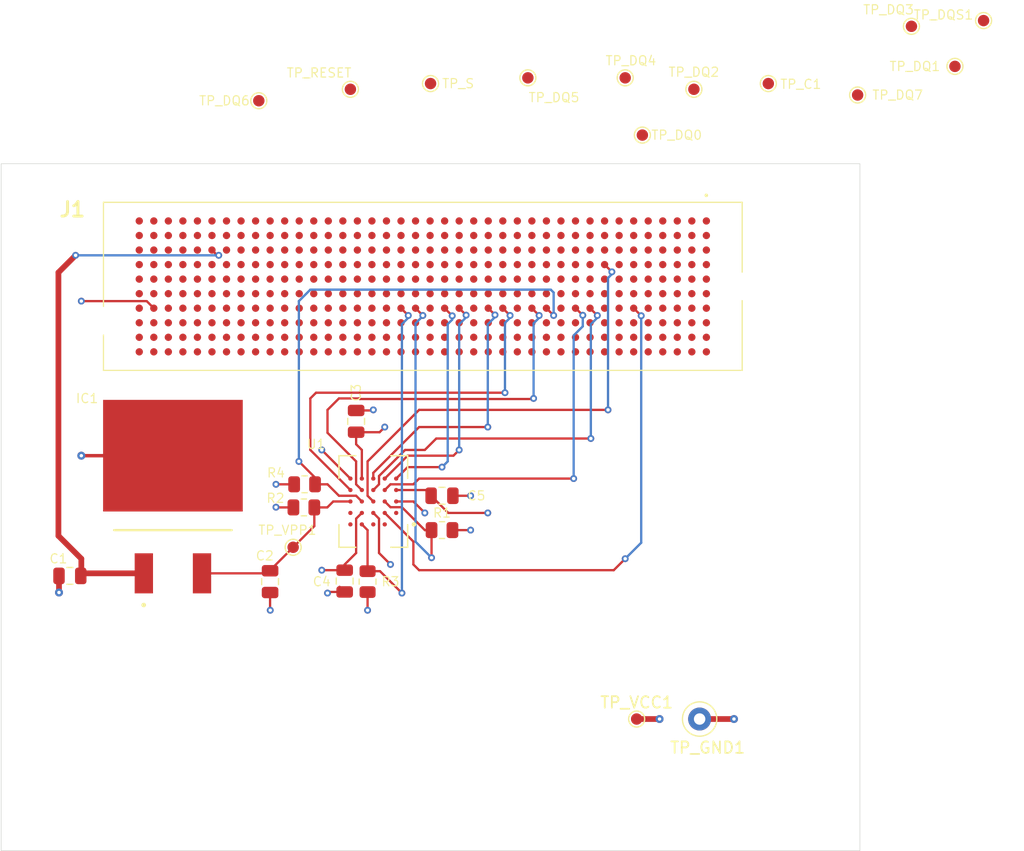
<source format=kicad_pcb>
(kicad_pcb (version 20241229) (generator "pcbnew") (generator_version "9.0")
  (layers (0 "F.Cu" signal) (4 "In1.Cu" power "GND") (6 "In2.Cu" power "PWR") (2 "B.Cu" signal) (13 "F.Paste" user) (15 "B.Paste" user) (5 "F.SilkS" user "F.Silkscreen") (7 "B.SilkS" user "B.Silkscreen") (1 "F.Mask" user) (3 "B.Mask" user) (25 "Edge.Cuts" user))
  (net 0 "")
  (net 142 "/12V_PSUP")
  (net 388 "/NOR_C")
  (net 389 "VCC")
  (net 390 "/NOR_DQ2")
  (net 392 "/NOR_DQ3")
  (net 395 "/NOR_DQ0")
  (net 396 "/NOR_S#")
  (net 398 "/NOR_DQ7")
  (net 400 "/NOR_DQ5")
  (net 401 "/NOR_DQ1")
  (net 402 "/NOR_DQS")
  (net 403 "/NOR_DQ4")
  (net 404 "/NOR_RESET#")
  (net 405 "/NOR_DQ6")
  (net 406 "GND")
  (net 407 "/VPP")
  (footprint "Capacitor_SMD:C_0805_2012Metric" (layer "F.Cu") (at 39.484969 116 -90)
    (property "Reference" "C2")
    (property "Value" "100n")
  )
  (footprint "STB30NM60ND:STB30NM60ND" (layer "F.Cu") (at 31 102.5)
    (property "Reference" "IC1")
    (property "Value" "L7809ABD2T-TR" (hide yes))
  )
  (footprint "TestPoint:TestPoint_Pad_D1.0mm" (layer "F.Cu") (at 99.299 70.999622)
    (property "Reference" "TP_DQ1")
    (property "Value" "TestPoint")
  )
  (footprint "TestPoint:TestPoint_Pad_D1.0mm" (layer "F.Cu") (at 70.5 72)
    (property "Reference" "TP_DQ4")
    (property "Value" "TestPoint")
  )
  (footprint "TestPoint:TestPoint_Pad_D1.0mm" (layer "F.Cu") (at 76.5 73)
    (property "Reference" "TP_DQ2")
    (property "Value" "TestPoint")
  )
  (footprint "TestPoint:TestPoint_Pad_D1.0mm" (layer "F.Cu") (at 38.5 74)
    (property "Reference" "TP_DQ6")
    (property "Value" "TestPoint")
  )
  (footprint "TestPoint:TestPoint_Loop_D2.50mm_Drill1.0mm" (layer "F.Cu") (at 77 128)
    (property "Reference" "TP_GND1")
    (property "Value" "TestPoint")
  )
  (footprint "Capacitor_SMD:C_0805_2012Metric" (layer "F.Cu") (at 47 102 90)
    (property "Reference" "C3")
    (property "Value" "100n")
  )
  (footprint "TestPoint:TestPoint_Pad_D1.0mm" (layer "F.Cu") (at 83 72.5)
    (property "Reference" "TP_C1")
    (property "Value" "TestPoint")
  )
  (footprint "TestPoint:TestPoint_Pad_D1.0mm" (layer "F.Cu") (at 53.5 72.5)
    (property "Reference" "TP_S")
    (property "Value" "TestPoint")
  )
  (footprint "TestPoint:TestPoint_Pad_D1.0mm" (layer "F.Cu") (at 95.5 67.5)
    (property "Reference" "TP_DQ3")
    (property "Value" "TestPoint")
  )
  (footprint "MicronNorChip:BGA24C100P5X5_800X600X120N" (layer "F.Cu") (at 48.5 109 180)
    (property "Reference" "U1")
    (property "Value" "MT35XU02GCBA1G12-0AUT")
  )
  (footprint "Capacitor_SMD:C_0805_2012Metric" (layer "F.Cu") (at 22 115.5 180)
    (property "Reference" "C1")
    (property "Value" "330n")
  )
  (footprint "TestPoint:TestPoint_Pad_D1.0mm" (layer "F.Cu") (at 101.799 66.999622)
    (property "Reference" "TP_DQS1")
    (property "Value" "TestPoint")
  )
  (footprint "TestPoint:TestPoint_Pad_D1.0mm" (layer "F.Cu") (at 71.5 128)
    (property "Reference" "TP_VCC1")
    (property "Value" "VCC")
  )
  (footprint "Capacitor_SMD:C_0805_2012Metric" (layer "F.Cu") (at 54.5 108.5)
    (property "Reference" "C5")
    (property "Value" "100n")
  )
  (footprint "TestPoint:TestPoint_Pad_D1.0mm" (layer "F.Cu") (at 46.5 73)
    (property "Reference" "TP_RESET")
    (property "Value" "TestPoint")
  )
  (footprint "Capacitor_SMD:C_0805_2012Metric" (layer "F.Cu") (at 46 115.95 -90)
    (property "Reference" "C4")
    (property "Value" "100n")
  )
  (footprint "Resistor_SMD:R_0805_2012Metric" (layer "F.Cu") (at 54.5 111.5 180)
    (property "Reference" "R1")
    (property "Value" "10k")
  )
  (footprint "134488-01_Mouser:ASP13448801" (layer "F.Cu") (at 52.825 90.215)
    (property "Reference" "J1")
    (property "Value" "ASP-134488-01" (hide yes))
  )
  (footprint "Resistor_SMD:R_0805_2012Metric" (layer "F.Cu") (at 42.5 107.5)
    (property "Reference" "R4")
    (property "Value" "10k")
  )
  (footprint "TestPoint:TestPoint_Pad_D1.0mm" (layer "F.Cu") (at 41.5 113)
    (property "Reference" "TP_VPP1")
    (property "Value" "TestPoint")
  )
  (footprint "Resistor_SMD:R_0805_2012Metric" (layer "F.Cu") (at 48 116 90)
    (property "Reference" "R3")
    (property "Value" "10k")
  )
  (footprint "TestPoint:TestPoint_Pad_D1.0mm" (layer "F.Cu") (at 90.799 73.499622)
    (property "Reference" "TP_DQ7")
    (property "Value" "TestPoint")
  )
  (footprint "TestPoint:TestPoint_Pad_D1.0mm" (layer "F.Cu") (at 72 77)
    (property "Reference" "TP_DQ0")
    (property "Value" "TestPoint")
  )
  (footprint "TestPoint:TestPoint_Pad_D1.0mm" (layer "F.Cu") (at 62 72)
    (property "Reference" "TP_DQ5")
    (property "Value" "TestPoint")
  )
  (footprint "Resistor_SMD:R_0805_2012Metric" (layer "F.Cu") (at 42.436079 109.518324 180)
    (property "Reference" "R2")
    (property "Value" "1.8k")
  )
  (gr_rect (start 16 79.5) (end 91 139.5) (stroke (width 0.05)) (fill no) (layer "Edge.Cuts"))
  (segment (start 34.87 87.5) (end 34.41 87.04) (width 0.2) (layer "F.Cu") (net 142))
  (segment (start 21 112) (end 23 114) (width 0.5) (layer "F.Cu") (net 142))
  (segment (start 23 115.45) (end 22.95 115.5) (width 0.5) (layer "F.Cu") (net 142))
  (segment (start 35 87.5) (end 34.87 87.5) (width 0.2) (layer "F.Cu") (net 142))
  (segment (start 23 114) (end 23 115.45) (width 0.5) (layer "F.Cu") (net 142))
  (segment (start 22.5 87.5) (end 21 89) (width 0.5) (layer "F.Cu") (net 142))
  (segment (start 21 89) (end 21 112) (width 0.5) (layer "F.Cu") (net 142))
  (segment (start 23.175 115.275) (end 22.95 115.5) (width 0.5) (layer "F.Cu") (net 142))
  (segment (start 28.46 115.275) (end 23.175 115.275) (width 0.5) (layer "F.Cu") (net 142))
  (via (at 22.5 87.5) (size 0.6) (drill 0.3) (layers "F.Cu" "B.Cu") (net 142))
  (via (at 35 87.5) (size 0.6) (drill 0.3) (layers "F.Cu" "B.Cu") (net 142))
  (segment (start 22.5 87.5) (end 35 87.5) (width 0.2) (layer "B.Cu") (net 142))
  (segment (start 71.898343 92.778343) (end 71.24 92.12) (width 0.2) (layer "F.Cu") (net 388))
  (segment (start 49.5 110) (end 52 112.5) (width 0.2) (layer "F.Cu") (net 388))
  (segment (start 52 114.5) (end 52.5 115) (width 0.2) (layer "F.Cu") (net 388))
  (segment (start 69.5 115) (end 70.5 114) (width 0.2) (layer "F.Cu") (net 388))
  (segment (start 52 112.5) (end 52 114.5) (width 0.2) (layer "F.Cu") (net 388))
  (segment (start 52.5 115) (end 69.5 115) (width 0.2) (layer "F.Cu") (net 388))
  (via (at 70.5 114) (size 0.6) (drill 0.3) (layers "F.Cu" "B.Cu") (net 388))
  (via (at 71.898343 92.778343) (size 0.6) (drill 0.3) (layers "F.Cu" "B.Cu") (net 388))
  (segment (start 71.898343 112.601657) (end 70.5 114) (width 0.2) (layer "B.Cu") (net 388))
  (segment (start 71.898343 92.778343) (end 71.898343 112.601657) (width 0.2) (layer "B.Cu") (net 388))
  (segment (start 46 114.5) (end 46 115) (width 0.2) (layer "F.Cu") (net 389))
  (segment (start 50.5 108) (end 53.55 108) (width 0.2) (layer "F.Cu") (net 389))
  (segment (start 28.71 91.5) (end 23 91.5) (width 0.2) (layer "F.Cu") (net 389))
  (segment (start 47 102.95) (end 49.05 102.95) (width 0.2) (layer "F.Cu") (net 389))
  (segment (start 55.4125 111.5) (end 57 111.5) (width 0.2) (layer "F.Cu") (net 389))
  (segment (start 29.33 92.12) (end 28.71 91.5) (width 0.2) (layer "F.Cu") (net 389))
  (segment (start 46 115) (end 44 115) (width 0.2) (layer "F.Cu") (net 389))
  (segment (start 58.5 110) (end 55.05 110) (width 0.2) (layer "F.Cu") (net 389))
  (segment (start 41.5875 107.5) (end 40 107.5) (width 0.2) (layer "F.Cu") (net 389))
  (segment (start 71.5 128) (end 73.5 128) (width 0.5) (layer "F.Cu") (net 389))
  (segment (start 47 104) (end 47 102.95) (width 0.2) (layer "F.Cu") (net 389))
  (segment (start 48 116.9125) (end 48 118.5) (width 0.2) (layer "F.Cu") (net 389))
  (segment (start 47.5 104.5) (end 47 104) (width 0.2) (layer "F.Cu") (net 389))
  (segment (start 55.05 110) (end 53.55 108.5) (width 0.2) (layer "F.Cu") (net 389))
  (segment (start 47.5 107) (end 47.5 104.5) (width 0.2) (layer "F.Cu") (net 389))
  (segment (start 47.5 110) (end 47 110.5) (width 0.2) (layer "F.Cu") (net 389))
  (segment (start 47 113.5) (end 46 114.5) (width 0.2) (layer "F.Cu") (net 389))
  (segment (start 47 110.5) (end 47 113.5) (width 0.2) (layer "F.Cu") (net 389))
  (segment (start 49.05 102.95) (end 49.5 102.5) (width 0.2) (layer "F.Cu") (net 389))
  (via (at 48 118.5) (size 0.6) (drill 0.3) (layers "F.Cu" "B.Cu") (net 389))
  (via (at 40 107.5) (size 0.6) (drill 0.3) (layers "F.Cu" "B.Cu") (net 389))
  (via (at 73.5 128) (size 0.7) (drill 0.3) (layers "F.Cu" "B.Cu") (net 389))
  (via (at 57 111.5) (size 0.6) (drill 0.3) (layers "F.Cu" "B.Cu") (net 389))
  (via (at 58.5 110) (size 0.6) (drill 0.3) (layers "F.Cu" "B.Cu") (net 389))
  (via (at 23 91.5) (size 0.6) (drill 0.3) (layers "F.Cu" "B.Cu") (net 389))
  (via (at 49.5 102.5) (size 0.6) (drill 0.3) (layers "F.Cu" "B.Cu") (net 389))
  (via (at 44 115) (size 0.6) (drill 0.3) (layers "F.Cu" "B.Cu") (net 389))
  (segment (start 44.5 107.5) (end 43.4125 107.5) (width 0.2) (layer "F.Cu") (net 390))
  (segment (start 47.5 109) (end 47 108.5) (width 0.2) (layer "F.Cu") (net 390))
  (segment (start 45.5 108.5) (end 44.5 107.5) (width 0.2) (layer "F.Cu") (net 390))
  (segment (start 43.4125 107.5) (end 43.4125 106.9125) (width 0.2) (layer "F.Cu") (net 390))
  (segment (start 43.4125 106.9125) (end 42 105.5) (width 0.2) (layer "F.Cu") (net 390))
  (segment (start 47 108.5) (end 45.5 108.5) (width 0.2) (layer "F.Cu") (net 390))
  (segment (start 64.251205 92.751206) (end 63.62 92.12) (width 0.2) (layer "F.Cu") (net 390))
  (via (at 42 105.5) (size 0.6) (drill 0.3) (layers "F.Cu" "B.Cu") (net 390))
  (via (at 64.251205 92.751206) (size 0.6) (drill 0.3) (layers "F.Cu" "B.Cu") (net 390))
  (segment (start 64 90.5) (end 43 90.5) (width 0.2) (layer "B.Cu") (net 390))
  (segment (start 64.251205 92.751206) (end 64.439846 92.751206) (width 0.2) (layer "B.Cu") (net 390))
  (segment (start 64.251205 90.751205) (end 64.251205 92.751206) (width 0.2) (layer "B.Cu") (net 390))
  (segment (start 43 90.5) (end 42 91.5) (width 0.2) (layer "B.Cu") (net 390))
  (segment (start 42 91.5) (end 42 105.5) (width 0.2) (layer "B.Cu") (net 390))
  (segment (start 64 90.5) (end 64.251205 90.751205) (width 0.2) (layer "B.Cu") (net 390))
  (segment (start 47.270548 100) (end 47.321548 100.051) (width 0.2) (layer "F.Cu") (net 392))
  (segment (start 47.321548 100.051) (end 62.449 100.051) (width 0.2) (layer "F.Cu") (net 392))
  (segment (start 44.5 103) (end 46.997861 105.497861) (width 0.2) (layer "F.Cu") (net 392))
  (segment (start 47.270548 100) (end 45.5 100) (width 0.2) (layer "F.Cu") (net 392))
  (segment (start 45.5 100) (end 44.5 101) (width 0.2) (layer "F.Cu") (net 392))
  (segment (start 44.5 101) (end 44.5 103) (width 0.2) (layer "F.Cu") (net 392))
  (segment (start 62.984999 92.754999) (end 62.35 92.12) (width 0.2) (layer "F.Cu") (net 392))
  (segment (start 46.997861 105.497861) (end 46.997861 107.497861) (width 0.2) (layer "F.Cu") (net 392))
  (segment (start 62.449 100.051) (end 62.5 100) (width 0.2) (layer "F.Cu") (net 392))
  (segment (start 46.997861 107.497861) (end 47.5 108) (width 0.2) (layer "F.Cu") (net 392))
  (via (at 62.5 100) (size 0.6) (drill 0.3) (layers "F.Cu" "B.Cu") (net 392))
  (via (at 62.984999 92.754999) (size 0.6) (drill 0.3) (layers "F.Cu" "B.Cu") (net 392))
  (segment (start 62.984999 92.95448) (end 62.5 93.439479) (width 0.2) (layer "B.Cu") (net 392))
  (segment (start 62.5 93.439479) (end 62.5 100) (width 0.2) (layer "B.Cu") (net 392))
  (segment (start 62.984999 92.754999) (end 62.984999 92.95448) (width 0.2) (layer "B.Cu") (net 392))
  (segment (start 53 104.5) (end 54 103.5) (width 0.2) (layer "F.Cu") (net 395))
  (segment (start 54 103.5) (end 67.5 103.5) (width 0.2) (layer "F.Cu") (net 395))
  (segment (start 49 107.5) (end 49 106.774284) (width 0.2) (layer "F.Cu") (net 395))
  (segment (start 49 106.774284) (end 51.274284 104.5) (width 0.2) (layer "F.Cu") (net 395))
  (segment (start 48.5 108) (end 49 107.5) (width 0.2) (layer "F.Cu") (net 395))
  (segment (start 68.065001 92.755001) (end 67.43 92.12) (width 0.2) (layer "F.Cu") (net 395))
  (segment (start 51.274284 104.5) (end 53 104.5) (width 0.2) (layer "F.Cu") (net 395))
  (via (at 67.5 103.5) (size 0.6) (drill 0.3) (layers "F.Cu" "B.Cu") (net 395))
  (via (at 68.065001 92.755001) (size 0.6) (drill 0.3) (layers "F.Cu" "B.Cu") (net 395))
  (segment (start 67.5 93.519481) (end 67.5 103.5) (width 0.2) (layer "B.Cu") (net 395))
  (segment (start 68.065001 92.95448) (end 67.5 93.519481) (width 0.2) (layer "B.Cu") (net 395))
  (segment (start 68.065001 92.755001) (end 68.065001 92.95448) (width 0.2) (layer "B.Cu") (net 395))
  (segment (start 52.825002 92.755002) (end 52.19 92.12) (width 0.2) (layer "F.Cu") (net 396))
  (segment (start 53.5875 111.5) (end 53.5875 113.9125) (width 0.2) (layer "F.Cu") (net 396))
  (segment (start 50 109.5) (end 51 109.5) (width 0.2) (layer "F.Cu") (net 396))
  (segment (start 53.5 114) (end 53.5875 113.9125) (width 0.2) (layer "F.Cu") (net 396))
  (segment (start 51 109.5) (end 53 111.5) (width 0.2) (layer "F.Cu") (net 396))
  (segment (start 49.5 109) (end 50 109.5) (width 0.2) (layer "F.Cu") (net 396))
  (segment (start 53 111.5) (end 53.5875 111.5) (width 0.2) (layer "F.Cu") (net 396))
  (via (at 53.5875 113.9125) (size 0.6) (drill 0.3) (layers "F.Cu" "B.Cu") (net 396))
  (via (at 52.825002 92.755002) (size 0.6) (drill 0.3) (layers "F.Cu" "B.Cu") (net 396))
  (segment (start 52.678821 92.901183) (end 52.678821 92.954481) (width 0.2) (layer "B.Cu") (net 396))
  (segment (start 52.187668 93.445634) (end 52.187668 112.512668) (width 0.2) (layer "B.Cu") (net 396))
  (segment (start 52.825002 92.755002) (end 52.678821 92.901183) (width 0.2) (layer "B.Cu") (net 396))
  (segment (start 52.678821 92.954481) (end 52.187668 93.445634) (width 0.2) (layer "B.Cu") (net 396))
  (segment (start 52.187668 112.512668) (end 53.5875 113.9125) (width 0.2) (layer "B.Cu") (net 396))
  (segment (start 51.5 106) (end 50.5 107) (width 0.2) (layer "F.Cu") (net 398))
  (segment (start 54.5 106) (end 51.5 106) (width 0.2) (layer "F.Cu") (net 398))
  (segment (start 55.392851 92.782851) (end 54.73 92.12) (width 0.2) (layer "F.Cu") (net 398))
  (via (at 55.392851 92.782851) (size 0.6) (drill 0.3) (layers "F.Cu" "B.Cu") (net 398))
  (via (at 54.5 106) (size 0.6) (drill 0.3) (layers "F.Cu" "B.Cu") (net 398))
  (segment (start 55 93.508779) (end 55 105.5) (width 0.2) (layer "B.Cu") (net 398))
  (segment (start 55.392851 93.115928) (end 55 93.508779) (width 0.2) (layer "B.Cu") (net 398))
  (segment (start 55.392851 92.782851) (end 55.392851 93.115928) (width 0.2) (layer "B.Cu") (net 398))
  (segment (start 55 105.5) (end 54.5 106) (width 0.2) (layer "B.Cu") (net 398))
  (segment (start 48.5 107) (end 48.5 106.5) (width 0.2) (layer "F.Cu") (net 400))
  (segment (start 48.5 106.5) (end 52 103) (width 0.2) (layer "F.Cu") (net 400))
  (segment (start 52.5 102.5) (end 58.5 102.5) (width 0.2) (layer "F.Cu") (net 400))
  (segment (start 59.127325 92.707325) (end 58.54 92.12) (width 0.2) (layer "F.Cu") (net 400))
  (segment (start 52 103) (end 52.5 102.5) (width 0.2) (layer "F.Cu") (net 400))
  (via (at 59.127325 92.707325) (size 0.6) (drill 0.3) (layers "F.Cu" "B.Cu") (net 400))
  (via (at 58.5 102.5) (size 0.6) (drill 0.3) (layers "F.Cu" "B.Cu") (net 400))
  (segment (start 59.127325 92.892051) (end 58.5 93.519376) (width 0.2) (layer "B.Cu") (net 400))
  (segment (start 58.5 93.519376) (end 58.5 102.5) (width 0.2) (layer "B.Cu") (net 400))
  (segment (start 59.127325 92.707325) (end 59.127325 92.892051) (width 0.2) (layer "B.Cu") (net 400))
  (segment (start 50 107.5) (end 52 107.5) (width 0.2) (layer "F.Cu") (net 401))
  (segment (start 52 107.5) (end 52.5 107) (width 0.2) (layer "F.Cu") (net 401))
  (segment (start 52.5 107) (end 66 107) (width 0.2) (layer "F.Cu") (net 401))
  (segment (start 66.177943 92.12) (end 66.795372 92.737429) (width 0.2) (layer "F.Cu") (net 401))
  (segment (start 66.16 92.12) (end 66.177943 92.12) (width 0.2) (layer "F.Cu") (net 401))
  (segment (start 66.343121 92.12) (end 66.16 92.12) (width 0.2) (layer "F.Cu") (net 401))
  (segment (start 49.5 108) (end 50 107.5) (width 0.2) (layer "F.Cu") (net 401))
  (via (at 66 107) (size 0.6) (drill 0.3) (layers "F.Cu" "B.Cu") (net 401))
  (via (at 66.795372 92.737429) (size 0.6) (drill 0.3) (layers "F.Cu" "B.Cu") (net 401))
  (segment (start 66.795372 93.704628) (end 66 94.5) (width 0.2) (layer "B.Cu") (net 401))
  (segment (start 66 94.5) (end 66 107) (width 0.2) (layer "B.Cu") (net 401))
  (segment (start 66.795372 92.737429) (end 66.795372 93.704628) (width 0.2) (layer "B.Cu") (net 401))
  (segment (start 48 105.5) (end 52.5 101) (width 0.2) (layer "F.Cu") (net 402))
  (segment (start 48 108.5) (end 48 105.5) (width 0.2) (layer "F.Cu") (net 402))
  (segment (start 69.334999 88.944999) (end 68.7 88.31) (width 0.2) (layer "F.Cu") (net 402))
  (segment (start 48.5 109) (end 48 108.5) (width 0.2) (layer "F.Cu") (net 402))
  (segment (start 52.5 101) (end 69 101) (width 0.2) (layer "F.Cu") (net 402))
  (via (at 69.334999 88.944999) (size 0.6) (drill 0.3) (layers "F.Cu" "B.Cu") (net 402))
  (via (at 69 101) (size 0.6) (drill 0.3) (layers "F.Cu" "B.Cu") (net 402))
  (segment (start 69 89.47948) (end 69 101) (width 0.2) (layer "B.Cu") (net 402))
  (segment (start 69.334999 88.944999) (end 69.334999 89.144481) (width 0.2) (layer "B.Cu") (net 402))
  (segment (start 69.334999 89.144481) (end 69 89.47948) (width 0.2) (layer "B.Cu") (net 402))
  (segment (start 43 104.5) (end 43 100) (width 0.2) (layer "F.Cu") (net 403))
  (segment (start 43.5 99.5) (end 60 99.5) (width 0.2) (layer "F.Cu") (net 403))
  (segment (start 60.444999 92.754999) (end 59.81 92.12) (width 0.2) (layer "F.Cu") (net 403))
  (segment (start 46.5 108) (end 43 104.5) (width 0.2) (layer "F.Cu") (net 403))
  (segment (start 43 100) (end 43.5 99.5) (width 0.2) (layer "F.Cu") (net 403))
  (via (at 60.444999 92.754999) (size 0.6) (drill 0.3) (layers "F.Cu" "B.Cu") (net 403))
  (via (at 60 99.5) (size 0.6) (drill 0.3) (layers "F.Cu" "B.Cu") (net 403))
  (segment (start 60.444999 92.754999) (end 60.444999 92.95448) (width 0.2) (layer "B.Cu") (net 403))
  (segment (start 60.444999 92.95448) (end 60 93.399479) (width 0.2) (layer "B.Cu") (net 403))
  (segment (start 60 93.399479) (end 60 99.5) (width 0.2) (layer "B.Cu") (net 403))
  (segment (start 47.5 111) (end 48 111.5) (width 0.2) (layer "F.Cu") (net 404))
  (segment (start 51 117) (end 49.0875 115.0875) (width 0.2) (layer "F.Cu") (net 404))
  (segment (start 48 111.5) (end 48 115.0875) (width 0.2) (layer "F.Cu") (net 404))
  (segment (start 49.0875 115.0875) (end 48 115.0875) (width 0.2) (layer "F.Cu") (net 404))
  (segment (start 51.555001 92.755001) (end 50.92 92.12) (width 0.2) (layer "F.Cu") (net 404))
  (via (at 51 117) (size 0.6) (drill 0.3) (layers "F.Cu" "B.Cu") (net 404))
  (via (at 51.555001 92.755001) (size 0.6) (drill 0.3) (layers "F.Cu" "B.Cu") (net 404))
  (segment (start 51 93.509481) (end 51 117) (width 0.2) (layer "B.Cu") (net 404))
  (segment (start 51.555001 92.755001) (end 51.555001 92.95448) (width 0.2) (layer "B.Cu") (net 404))
  (segment (start 51.555001 92.95448) (end 51 93.509481) (width 0.2) (layer "B.Cu") (net 404))
  (segment (start 56 104.5) (end 55.5 105) (width 0.2) (layer "F.Cu") (net 405))
  (segment (start 51.5 105) (end 49.5 107) (width 0.2) (layer "F.Cu") (net 405))
  (segment (start 55.5 105) (end 51.5 105) (width 0.2) (layer "F.Cu") (net 405))
  (segment (start 56.607149 92.727149) (end 56 92.12) (width 0.2) (layer "F.Cu") (net 405))
  (via (at 56 104.5) (size 0.6) (drill 0.3) (layers "F.Cu" "B.Cu") (net 405))
  (via (at 56.607149 92.727149) (size 0.6) (drill 0.3) (layers "F.Cu" "B.Cu") (net 405))
  (segment (start 56.607149 92.916424) (end 56 93.523573) (width 0.2) (layer "B.Cu") (net 405))
  (segment (start 56.607149 92.727149) (end 56.607149 92.916424) (width 0.2) (layer "B.Cu") (net 405))
  (segment (start 56 93.523573) (end 56 104.5) (width 0.2) (layer "B.Cu") (net 405))
  (segment (start 48.45 101.05) (end 48.5 101) (width 0.2) (layer "F.Cu") (net 406))
  (segment (start 50 114.5) (end 49 113.5) (width 0.2) (layer "F.Cu") (net 406))
  (segment (start 50.5 109) (end 52 109) (width 0.2) (layer "F.Cu") (net 406))
  (segment (start 21 117) (end 21.05 116.95) (width 0.5) (layer "F.Cu") (net 406))
  (segment (start 46 116.9) (end 44.6 116.9) (width 0.2) (layer "F.Cu") (net 406))
  (segment (start 52 109) (end 53 110) (width 0.2) (layer "F.Cu") (net 406))
  (segment (start 77 128) (end 80 128) (width 0.5) (layer "F.Cu") (net 406))
  (segment (start 31 105) (end 23 105) (width 0.3) (layer "F.Cu") (net 406))
  (segment (start 49 113.5) (end 49 110.5) (width 0.2) (layer "F.Cu") (net 406))
  (segment (start 41.523579 109.518324) (end 40.018324 109.518324) (width 0.2) (layer "F.Cu") (net 406))
  (segment (start 40.018324 109.518324) (end 40 109.5) (width 0.2) (layer "F.Cu") (net 406))
  (segment (start 46.5 107) (end 44 104.5) (width 0.2) (layer "F.Cu") (net 406))
  (segment (start 49 110.5) (end 48.5 110) (width 0.2) (layer "F.Cu") (net 406))
  (segment (start 44.6 116.9) (end 44.5 117) (width 0.2) (layer "F.Cu") (net 406))
  (segment (start 47 101.05) (end 48.45 101.05) (width 0.2) (layer "F.Cu") (net 406))
  (segment (start 55.45 108.5) (end 57 108.5) (width 0.2) (layer "F.Cu") (net 406))
  (segment (start 39.484969 118.484969) (end 39.5 118.5) (width 0.2) (layer "F.Cu") (net 406))
  (segment (start 39.484969 116.95) (end 39.484969 118.484969) (width 0.2) (layer "F.Cu") (net 406))
  (segment (start 45.55 116.45) (end 45.5 116.5) (width 0.2) (layer "F.Cu") (net 406))
  (segment (start 21.05 115.5) (end 21.05 116.95) (width 0.5) (layer "F.Cu") (net 406))
  (via (at 57 108.5) (size 0.6) (drill 0.3) (layers "F.Cu" "B.Cu") (net 406))
  (via (at 44 104.5) (size 0.6) (drill 0.3) (layers "F.Cu" "B.Cu") (net 406))
  (via (at 40 109.5) (size 0.6) (drill 0.3) (layers "F.Cu" "B.Cu") (net 406))
  (via (at 80 128) (size 0.7) (drill 0.3) (layers "F.Cu" "B.Cu") (net 406))
  (via (at 39.5 118.5) (size 0.6) (drill 0.3) (layers "F.Cu" "B.Cu") (net 406))
  (via (at 44.5 117) (size 0.6) (drill 0.3) (layers "F.Cu" "B.Cu") (net 406))
  (via (at 53 110) (size 0.6) (drill 0.3) (layers "F.Cu" "B.Cu") (net 406))
  (via (at 48.5 101) (size 0.6) (drill 0.3) (layers "F.Cu" "B.Cu") (net 406))
  (via (at 21.05 116.95) (size 0.7) (drill 0.3) (layers "F.Cu" "B.Cu") (net 406))
  (via (at 50 114.5) (size 0.6) (drill 0.3) (layers "F.Cu" "B.Cu") (net 406))
  (via (at 23 105) (size 0.7) (drill 0.3) (layers "F.Cu" "B.Cu") (net 406))
  (segment (start 39.259969 115.275) (end 39.484969 115.05) (width 0.2) (layer "F.Cu") (net 407))
  (segment (start 45 109) (end 46.5 109) (width 0.2) (layer "F.Cu") (net 407))
  (segment (start 33.54 115.275) (end 39.259969 115.275) (width 0.2) (layer "F.Cu") (net 407))
  (segment (start 39.388188 115.275) (end 39.484969 115.178219) (width 0.2) (layer "F.Cu") (net 407))
  (segment (start 39.484969 115.05) (end 39.484969 115.015031) (width 0.2) (layer "F.Cu") (net 407))
  (segment (start 43.348579 109.518324) (end 44.481676 109.518324) (width 0.2) (layer "F.Cu") (net 407))
  (segment (start 44.481676 109.518324) (end 45 109) (width 0.2) (layer "F.Cu") (net 407))
  (segment (start 39.484969 115.015031) (end 43.348579 111.151421) (width 0.2) (layer "F.Cu") (net 407))
  (segment (start 43.348579 111.151421) (end 43.348579 109.518324) (width 0.2) (layer "F.Cu") (net 407))
)
</source>
